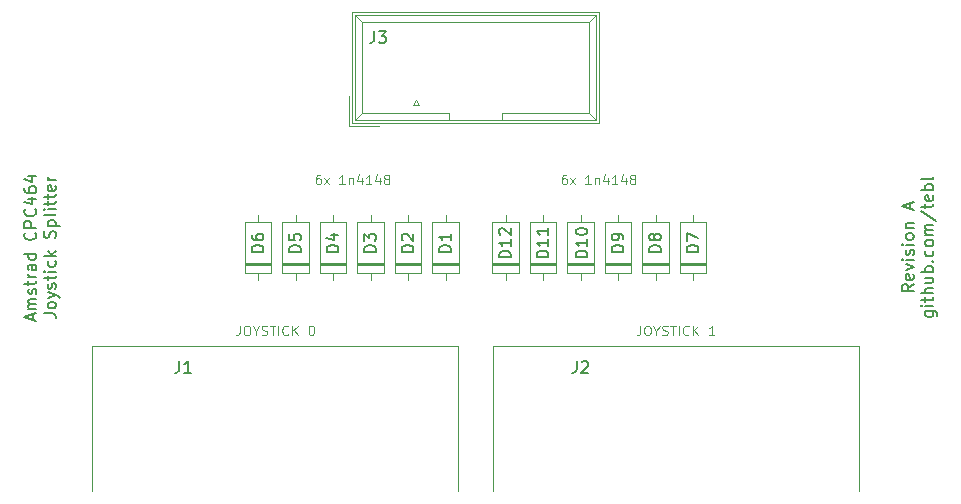
<source format=gto>
%TF.GenerationSoftware,KiCad,Pcbnew,(5.1.8)-1*%
%TF.CreationDate,2021-01-10T23:31:28+01:00*%
%TF.ProjectId,CPC464 Splitter,43504334-3634-4205-9370-6c6974746572,rev?*%
%TF.SameCoordinates,Original*%
%TF.FileFunction,Legend,Top*%
%TF.FilePolarity,Positive*%
%FSLAX46Y46*%
G04 Gerber Fmt 4.6, Leading zero omitted, Abs format (unit mm)*
G04 Created by KiCad (PCBNEW (5.1.8)-1) date 2021-01-10 23:31:28*
%MOMM*%
%LPD*%
G01*
G04 APERTURE LIST*
%ADD10C,0.150000*%
%ADD11C,0.100000*%
%ADD12C,0.120000*%
G04 APERTURE END LIST*
D10*
X176792380Y-95170238D02*
X176316190Y-95503571D01*
X176792380Y-95741666D02*
X175792380Y-95741666D01*
X175792380Y-95360714D01*
X175840000Y-95265476D01*
X175887619Y-95217857D01*
X175982857Y-95170238D01*
X176125714Y-95170238D01*
X176220952Y-95217857D01*
X176268571Y-95265476D01*
X176316190Y-95360714D01*
X176316190Y-95741666D01*
X176744761Y-94360714D02*
X176792380Y-94455952D01*
X176792380Y-94646428D01*
X176744761Y-94741666D01*
X176649523Y-94789285D01*
X176268571Y-94789285D01*
X176173333Y-94741666D01*
X176125714Y-94646428D01*
X176125714Y-94455952D01*
X176173333Y-94360714D01*
X176268571Y-94313095D01*
X176363809Y-94313095D01*
X176459047Y-94789285D01*
X176125714Y-93979761D02*
X176792380Y-93741666D01*
X176125714Y-93503571D01*
X176792380Y-93122619D02*
X176125714Y-93122619D01*
X175792380Y-93122619D02*
X175840000Y-93170238D01*
X175887619Y-93122619D01*
X175840000Y-93075000D01*
X175792380Y-93122619D01*
X175887619Y-93122619D01*
X176744761Y-92694047D02*
X176792380Y-92598809D01*
X176792380Y-92408333D01*
X176744761Y-92313095D01*
X176649523Y-92265476D01*
X176601904Y-92265476D01*
X176506666Y-92313095D01*
X176459047Y-92408333D01*
X176459047Y-92551190D01*
X176411428Y-92646428D01*
X176316190Y-92694047D01*
X176268571Y-92694047D01*
X176173333Y-92646428D01*
X176125714Y-92551190D01*
X176125714Y-92408333D01*
X176173333Y-92313095D01*
X176792380Y-91836904D02*
X176125714Y-91836904D01*
X175792380Y-91836904D02*
X175840000Y-91884523D01*
X175887619Y-91836904D01*
X175840000Y-91789285D01*
X175792380Y-91836904D01*
X175887619Y-91836904D01*
X176792380Y-91217857D02*
X176744761Y-91313095D01*
X176697142Y-91360714D01*
X176601904Y-91408333D01*
X176316190Y-91408333D01*
X176220952Y-91360714D01*
X176173333Y-91313095D01*
X176125714Y-91217857D01*
X176125714Y-91075000D01*
X176173333Y-90979761D01*
X176220952Y-90932142D01*
X176316190Y-90884523D01*
X176601904Y-90884523D01*
X176697142Y-90932142D01*
X176744761Y-90979761D01*
X176792380Y-91075000D01*
X176792380Y-91217857D01*
X176125714Y-90455952D02*
X176792380Y-90455952D01*
X176220952Y-90455952D02*
X176173333Y-90408333D01*
X176125714Y-90313095D01*
X176125714Y-90170238D01*
X176173333Y-90075000D01*
X176268571Y-90027380D01*
X176792380Y-90027380D01*
X176506666Y-88836904D02*
X176506666Y-88360714D01*
X176792380Y-88932142D02*
X175792380Y-88598809D01*
X176792380Y-88265476D01*
X177775714Y-97479761D02*
X178585238Y-97479761D01*
X178680476Y-97527380D01*
X178728095Y-97575000D01*
X178775714Y-97670238D01*
X178775714Y-97813095D01*
X178728095Y-97908333D01*
X178394761Y-97479761D02*
X178442380Y-97575000D01*
X178442380Y-97765476D01*
X178394761Y-97860714D01*
X178347142Y-97908333D01*
X178251904Y-97955952D01*
X177966190Y-97955952D01*
X177870952Y-97908333D01*
X177823333Y-97860714D01*
X177775714Y-97765476D01*
X177775714Y-97575000D01*
X177823333Y-97479761D01*
X178442380Y-97003571D02*
X177775714Y-97003571D01*
X177442380Y-97003571D02*
X177490000Y-97051190D01*
X177537619Y-97003571D01*
X177490000Y-96955952D01*
X177442380Y-97003571D01*
X177537619Y-97003571D01*
X177775714Y-96670238D02*
X177775714Y-96289285D01*
X177442380Y-96527380D02*
X178299523Y-96527380D01*
X178394761Y-96479761D01*
X178442380Y-96384523D01*
X178442380Y-96289285D01*
X178442380Y-95955952D02*
X177442380Y-95955952D01*
X178442380Y-95527380D02*
X177918571Y-95527380D01*
X177823333Y-95575000D01*
X177775714Y-95670238D01*
X177775714Y-95813095D01*
X177823333Y-95908333D01*
X177870952Y-95955952D01*
X177775714Y-94622619D02*
X178442380Y-94622619D01*
X177775714Y-95051190D02*
X178299523Y-95051190D01*
X178394761Y-95003571D01*
X178442380Y-94908333D01*
X178442380Y-94765476D01*
X178394761Y-94670238D01*
X178347142Y-94622619D01*
X178442380Y-94146428D02*
X177442380Y-94146428D01*
X177823333Y-94146428D02*
X177775714Y-94051190D01*
X177775714Y-93860714D01*
X177823333Y-93765476D01*
X177870952Y-93717857D01*
X177966190Y-93670238D01*
X178251904Y-93670238D01*
X178347142Y-93717857D01*
X178394761Y-93765476D01*
X178442380Y-93860714D01*
X178442380Y-94051190D01*
X178394761Y-94146428D01*
X178347142Y-93241666D02*
X178394761Y-93194047D01*
X178442380Y-93241666D01*
X178394761Y-93289285D01*
X178347142Y-93241666D01*
X178442380Y-93241666D01*
X178394761Y-92336904D02*
X178442380Y-92432142D01*
X178442380Y-92622619D01*
X178394761Y-92717857D01*
X178347142Y-92765476D01*
X178251904Y-92813095D01*
X177966190Y-92813095D01*
X177870952Y-92765476D01*
X177823333Y-92717857D01*
X177775714Y-92622619D01*
X177775714Y-92432142D01*
X177823333Y-92336904D01*
X178442380Y-91765476D02*
X178394761Y-91860714D01*
X178347142Y-91908333D01*
X178251904Y-91955952D01*
X177966190Y-91955952D01*
X177870952Y-91908333D01*
X177823333Y-91860714D01*
X177775714Y-91765476D01*
X177775714Y-91622619D01*
X177823333Y-91527380D01*
X177870952Y-91479761D01*
X177966190Y-91432142D01*
X178251904Y-91432142D01*
X178347142Y-91479761D01*
X178394761Y-91527380D01*
X178442380Y-91622619D01*
X178442380Y-91765476D01*
X178442380Y-91003571D02*
X177775714Y-91003571D01*
X177870952Y-91003571D02*
X177823333Y-90955952D01*
X177775714Y-90860714D01*
X177775714Y-90717857D01*
X177823333Y-90622619D01*
X177918571Y-90575000D01*
X178442380Y-90575000D01*
X177918571Y-90575000D02*
X177823333Y-90527380D01*
X177775714Y-90432142D01*
X177775714Y-90289285D01*
X177823333Y-90194047D01*
X177918571Y-90146428D01*
X178442380Y-90146428D01*
X177394761Y-88955952D02*
X178680476Y-89813095D01*
X177775714Y-88765476D02*
X177775714Y-88384523D01*
X177442380Y-88622619D02*
X178299523Y-88622619D01*
X178394761Y-88575000D01*
X178442380Y-88479761D01*
X178442380Y-88384523D01*
X178394761Y-87670238D02*
X178442380Y-87765476D01*
X178442380Y-87955952D01*
X178394761Y-88051190D01*
X178299523Y-88098809D01*
X177918571Y-88098809D01*
X177823333Y-88051190D01*
X177775714Y-87955952D01*
X177775714Y-87765476D01*
X177823333Y-87670238D01*
X177918571Y-87622619D01*
X178013809Y-87622619D01*
X178109047Y-88098809D01*
X178442380Y-87194047D02*
X177442380Y-87194047D01*
X177823333Y-87194047D02*
X177775714Y-87098809D01*
X177775714Y-86908333D01*
X177823333Y-86813095D01*
X177870952Y-86765476D01*
X177966190Y-86717857D01*
X178251904Y-86717857D01*
X178347142Y-86765476D01*
X178394761Y-86813095D01*
X178442380Y-86908333D01*
X178442380Y-87098809D01*
X178394761Y-87194047D01*
X178442380Y-86146428D02*
X178394761Y-86241666D01*
X178299523Y-86289285D01*
X177442380Y-86289285D01*
X102211666Y-98194047D02*
X102211666Y-97717857D01*
X102497380Y-98289285D02*
X101497380Y-97955952D01*
X102497380Y-97622619D01*
X102497380Y-97289285D02*
X101830714Y-97289285D01*
X101925952Y-97289285D02*
X101878333Y-97241666D01*
X101830714Y-97146428D01*
X101830714Y-97003571D01*
X101878333Y-96908333D01*
X101973571Y-96860714D01*
X102497380Y-96860714D01*
X101973571Y-96860714D02*
X101878333Y-96813095D01*
X101830714Y-96717857D01*
X101830714Y-96575000D01*
X101878333Y-96479761D01*
X101973571Y-96432142D01*
X102497380Y-96432142D01*
X102449761Y-96003571D02*
X102497380Y-95908333D01*
X102497380Y-95717857D01*
X102449761Y-95622619D01*
X102354523Y-95575000D01*
X102306904Y-95575000D01*
X102211666Y-95622619D01*
X102164047Y-95717857D01*
X102164047Y-95860714D01*
X102116428Y-95955952D01*
X102021190Y-96003571D01*
X101973571Y-96003571D01*
X101878333Y-95955952D01*
X101830714Y-95860714D01*
X101830714Y-95717857D01*
X101878333Y-95622619D01*
X101830714Y-95289285D02*
X101830714Y-94908333D01*
X101497380Y-95146428D02*
X102354523Y-95146428D01*
X102449761Y-95098809D01*
X102497380Y-95003571D01*
X102497380Y-94908333D01*
X102497380Y-94575000D02*
X101830714Y-94575000D01*
X102021190Y-94575000D02*
X101925952Y-94527380D01*
X101878333Y-94479761D01*
X101830714Y-94384523D01*
X101830714Y-94289285D01*
X102497380Y-93527380D02*
X101973571Y-93527380D01*
X101878333Y-93575000D01*
X101830714Y-93670238D01*
X101830714Y-93860714D01*
X101878333Y-93955952D01*
X102449761Y-93527380D02*
X102497380Y-93622619D01*
X102497380Y-93860714D01*
X102449761Y-93955952D01*
X102354523Y-94003571D01*
X102259285Y-94003571D01*
X102164047Y-93955952D01*
X102116428Y-93860714D01*
X102116428Y-93622619D01*
X102068809Y-93527380D01*
X102497380Y-92622619D02*
X101497380Y-92622619D01*
X102449761Y-92622619D02*
X102497380Y-92717857D01*
X102497380Y-92908333D01*
X102449761Y-93003571D01*
X102402142Y-93051190D01*
X102306904Y-93098809D01*
X102021190Y-93098809D01*
X101925952Y-93051190D01*
X101878333Y-93003571D01*
X101830714Y-92908333D01*
X101830714Y-92717857D01*
X101878333Y-92622619D01*
X102402142Y-90813095D02*
X102449761Y-90860714D01*
X102497380Y-91003571D01*
X102497380Y-91098809D01*
X102449761Y-91241666D01*
X102354523Y-91336904D01*
X102259285Y-91384523D01*
X102068809Y-91432142D01*
X101925952Y-91432142D01*
X101735476Y-91384523D01*
X101640238Y-91336904D01*
X101545000Y-91241666D01*
X101497380Y-91098809D01*
X101497380Y-91003571D01*
X101545000Y-90860714D01*
X101592619Y-90813095D01*
X102497380Y-90384523D02*
X101497380Y-90384523D01*
X101497380Y-90003571D01*
X101545000Y-89908333D01*
X101592619Y-89860714D01*
X101687857Y-89813095D01*
X101830714Y-89813095D01*
X101925952Y-89860714D01*
X101973571Y-89908333D01*
X102021190Y-90003571D01*
X102021190Y-90384523D01*
X102402142Y-88813095D02*
X102449761Y-88860714D01*
X102497380Y-89003571D01*
X102497380Y-89098809D01*
X102449761Y-89241666D01*
X102354523Y-89336904D01*
X102259285Y-89384523D01*
X102068809Y-89432142D01*
X101925952Y-89432142D01*
X101735476Y-89384523D01*
X101640238Y-89336904D01*
X101545000Y-89241666D01*
X101497380Y-89098809D01*
X101497380Y-89003571D01*
X101545000Y-88860714D01*
X101592619Y-88813095D01*
X101830714Y-87955952D02*
X102497380Y-87955952D01*
X101449761Y-88194047D02*
X102164047Y-88432142D01*
X102164047Y-87813095D01*
X101497380Y-87003571D02*
X101497380Y-87194047D01*
X101545000Y-87289285D01*
X101592619Y-87336904D01*
X101735476Y-87432142D01*
X101925952Y-87479761D01*
X102306904Y-87479761D01*
X102402142Y-87432142D01*
X102449761Y-87384523D01*
X102497380Y-87289285D01*
X102497380Y-87098809D01*
X102449761Y-87003571D01*
X102402142Y-86955952D01*
X102306904Y-86908333D01*
X102068809Y-86908333D01*
X101973571Y-86955952D01*
X101925952Y-87003571D01*
X101878333Y-87098809D01*
X101878333Y-87289285D01*
X101925952Y-87384523D01*
X101973571Y-87432142D01*
X102068809Y-87479761D01*
X101830714Y-86051190D02*
X102497380Y-86051190D01*
X101449761Y-86289285D02*
X102164047Y-86527380D01*
X102164047Y-85908333D01*
X103147380Y-97646428D02*
X103861666Y-97646428D01*
X104004523Y-97694047D01*
X104099761Y-97789285D01*
X104147380Y-97932142D01*
X104147380Y-98027380D01*
X104147380Y-97027380D02*
X104099761Y-97122619D01*
X104052142Y-97170238D01*
X103956904Y-97217857D01*
X103671190Y-97217857D01*
X103575952Y-97170238D01*
X103528333Y-97122619D01*
X103480714Y-97027380D01*
X103480714Y-96884523D01*
X103528333Y-96789285D01*
X103575952Y-96741666D01*
X103671190Y-96694047D01*
X103956904Y-96694047D01*
X104052142Y-96741666D01*
X104099761Y-96789285D01*
X104147380Y-96884523D01*
X104147380Y-97027380D01*
X103480714Y-96360714D02*
X104147380Y-96122619D01*
X103480714Y-95884523D02*
X104147380Y-96122619D01*
X104385476Y-96217857D01*
X104433095Y-96265476D01*
X104480714Y-96360714D01*
X104099761Y-95551190D02*
X104147380Y-95455952D01*
X104147380Y-95265476D01*
X104099761Y-95170238D01*
X104004523Y-95122619D01*
X103956904Y-95122619D01*
X103861666Y-95170238D01*
X103814047Y-95265476D01*
X103814047Y-95408333D01*
X103766428Y-95503571D01*
X103671190Y-95551190D01*
X103623571Y-95551190D01*
X103528333Y-95503571D01*
X103480714Y-95408333D01*
X103480714Y-95265476D01*
X103528333Y-95170238D01*
X103480714Y-94836904D02*
X103480714Y-94455952D01*
X103147380Y-94694047D02*
X104004523Y-94694047D01*
X104099761Y-94646428D01*
X104147380Y-94551190D01*
X104147380Y-94455952D01*
X104147380Y-94122619D02*
X103480714Y-94122619D01*
X103147380Y-94122619D02*
X103195000Y-94170238D01*
X103242619Y-94122619D01*
X103195000Y-94075000D01*
X103147380Y-94122619D01*
X103242619Y-94122619D01*
X104099761Y-93217857D02*
X104147380Y-93313095D01*
X104147380Y-93503571D01*
X104099761Y-93598809D01*
X104052142Y-93646428D01*
X103956904Y-93694047D01*
X103671190Y-93694047D01*
X103575952Y-93646428D01*
X103528333Y-93598809D01*
X103480714Y-93503571D01*
X103480714Y-93313095D01*
X103528333Y-93217857D01*
X104147380Y-92789285D02*
X103147380Y-92789285D01*
X103766428Y-92694047D02*
X104147380Y-92408333D01*
X103480714Y-92408333D02*
X103861666Y-92789285D01*
X104099761Y-91265476D02*
X104147380Y-91122619D01*
X104147380Y-90884523D01*
X104099761Y-90789285D01*
X104052142Y-90741666D01*
X103956904Y-90694047D01*
X103861666Y-90694047D01*
X103766428Y-90741666D01*
X103718809Y-90789285D01*
X103671190Y-90884523D01*
X103623571Y-91075000D01*
X103575952Y-91170238D01*
X103528333Y-91217857D01*
X103433095Y-91265476D01*
X103337857Y-91265476D01*
X103242619Y-91217857D01*
X103195000Y-91170238D01*
X103147380Y-91075000D01*
X103147380Y-90836904D01*
X103195000Y-90694047D01*
X103480714Y-90265476D02*
X104480714Y-90265476D01*
X103528333Y-90265476D02*
X103480714Y-90170238D01*
X103480714Y-89979761D01*
X103528333Y-89884523D01*
X103575952Y-89836904D01*
X103671190Y-89789285D01*
X103956904Y-89789285D01*
X104052142Y-89836904D01*
X104099761Y-89884523D01*
X104147380Y-89979761D01*
X104147380Y-90170238D01*
X104099761Y-90265476D01*
X104147380Y-89217857D02*
X104099761Y-89313095D01*
X104004523Y-89360714D01*
X103147380Y-89360714D01*
X104147380Y-88836904D02*
X103480714Y-88836904D01*
X103147380Y-88836904D02*
X103195000Y-88884523D01*
X103242619Y-88836904D01*
X103195000Y-88789285D01*
X103147380Y-88836904D01*
X103242619Y-88836904D01*
X103480714Y-88503571D02*
X103480714Y-88122619D01*
X103147380Y-88360714D02*
X104004523Y-88360714D01*
X104099761Y-88313095D01*
X104147380Y-88217857D01*
X104147380Y-88122619D01*
X103480714Y-87932142D02*
X103480714Y-87551190D01*
X103147380Y-87789285D02*
X104004523Y-87789285D01*
X104099761Y-87741666D01*
X104147380Y-87646428D01*
X104147380Y-87551190D01*
X104099761Y-86836904D02*
X104147380Y-86932142D01*
X104147380Y-87122619D01*
X104099761Y-87217857D01*
X104004523Y-87265476D01*
X103623571Y-87265476D01*
X103528333Y-87217857D01*
X103480714Y-87122619D01*
X103480714Y-86932142D01*
X103528333Y-86836904D01*
X103623571Y-86789285D01*
X103718809Y-86789285D01*
X103814047Y-87265476D01*
X104147380Y-86360714D02*
X103480714Y-86360714D01*
X103671190Y-86360714D02*
X103575952Y-86313095D01*
X103528333Y-86265476D01*
X103480714Y-86170238D01*
X103480714Y-86075000D01*
D11*
X153644976Y-98685404D02*
X153644976Y-99256833D01*
X153606880Y-99371119D01*
X153530690Y-99447309D01*
X153416404Y-99485404D01*
X153340214Y-99485404D01*
X154178309Y-98685404D02*
X154330690Y-98685404D01*
X154406880Y-98723500D01*
X154483071Y-98799690D01*
X154521166Y-98952071D01*
X154521166Y-99218738D01*
X154483071Y-99371119D01*
X154406880Y-99447309D01*
X154330690Y-99485404D01*
X154178309Y-99485404D01*
X154102119Y-99447309D01*
X154025928Y-99371119D01*
X153987833Y-99218738D01*
X153987833Y-98952071D01*
X154025928Y-98799690D01*
X154102119Y-98723500D01*
X154178309Y-98685404D01*
X155016404Y-99104452D02*
X155016404Y-99485404D01*
X154749738Y-98685404D02*
X155016404Y-99104452D01*
X155283071Y-98685404D01*
X155511642Y-99447309D02*
X155625928Y-99485404D01*
X155816404Y-99485404D01*
X155892595Y-99447309D01*
X155930690Y-99409214D01*
X155968785Y-99333023D01*
X155968785Y-99256833D01*
X155930690Y-99180642D01*
X155892595Y-99142547D01*
X155816404Y-99104452D01*
X155664023Y-99066357D01*
X155587833Y-99028261D01*
X155549738Y-98990166D01*
X155511642Y-98913976D01*
X155511642Y-98837785D01*
X155549738Y-98761595D01*
X155587833Y-98723500D01*
X155664023Y-98685404D01*
X155854500Y-98685404D01*
X155968785Y-98723500D01*
X156197357Y-98685404D02*
X156654500Y-98685404D01*
X156425928Y-99485404D02*
X156425928Y-98685404D01*
X156921166Y-99485404D02*
X156921166Y-98685404D01*
X157759261Y-99409214D02*
X157721166Y-99447309D01*
X157606880Y-99485404D01*
X157530690Y-99485404D01*
X157416404Y-99447309D01*
X157340214Y-99371119D01*
X157302119Y-99294928D01*
X157264023Y-99142547D01*
X157264023Y-99028261D01*
X157302119Y-98875880D01*
X157340214Y-98799690D01*
X157416404Y-98723500D01*
X157530690Y-98685404D01*
X157606880Y-98685404D01*
X157721166Y-98723500D01*
X157759261Y-98761595D01*
X158102119Y-99485404D02*
X158102119Y-98685404D01*
X158559261Y-99485404D02*
X158216404Y-99028261D01*
X158559261Y-98685404D02*
X158102119Y-99142547D01*
X159930690Y-99485404D02*
X159473547Y-99485404D01*
X159702119Y-99485404D02*
X159702119Y-98685404D01*
X159625928Y-98799690D01*
X159549738Y-98875880D01*
X159473547Y-98913976D01*
X119735976Y-98685404D02*
X119735976Y-99256833D01*
X119697880Y-99371119D01*
X119621690Y-99447309D01*
X119507404Y-99485404D01*
X119431214Y-99485404D01*
X120269309Y-98685404D02*
X120421690Y-98685404D01*
X120497880Y-98723500D01*
X120574071Y-98799690D01*
X120612166Y-98952071D01*
X120612166Y-99218738D01*
X120574071Y-99371119D01*
X120497880Y-99447309D01*
X120421690Y-99485404D01*
X120269309Y-99485404D01*
X120193119Y-99447309D01*
X120116928Y-99371119D01*
X120078833Y-99218738D01*
X120078833Y-98952071D01*
X120116928Y-98799690D01*
X120193119Y-98723500D01*
X120269309Y-98685404D01*
X121107404Y-99104452D02*
X121107404Y-99485404D01*
X120840738Y-98685404D02*
X121107404Y-99104452D01*
X121374071Y-98685404D01*
X121602642Y-99447309D02*
X121716928Y-99485404D01*
X121907404Y-99485404D01*
X121983595Y-99447309D01*
X122021690Y-99409214D01*
X122059785Y-99333023D01*
X122059785Y-99256833D01*
X122021690Y-99180642D01*
X121983595Y-99142547D01*
X121907404Y-99104452D01*
X121755023Y-99066357D01*
X121678833Y-99028261D01*
X121640738Y-98990166D01*
X121602642Y-98913976D01*
X121602642Y-98837785D01*
X121640738Y-98761595D01*
X121678833Y-98723500D01*
X121755023Y-98685404D01*
X121945500Y-98685404D01*
X122059785Y-98723500D01*
X122288357Y-98685404D02*
X122745500Y-98685404D01*
X122516928Y-99485404D02*
X122516928Y-98685404D01*
X123012166Y-99485404D02*
X123012166Y-98685404D01*
X123850261Y-99409214D02*
X123812166Y-99447309D01*
X123697880Y-99485404D01*
X123621690Y-99485404D01*
X123507404Y-99447309D01*
X123431214Y-99371119D01*
X123393119Y-99294928D01*
X123355023Y-99142547D01*
X123355023Y-99028261D01*
X123393119Y-98875880D01*
X123431214Y-98799690D01*
X123507404Y-98723500D01*
X123621690Y-98685404D01*
X123697880Y-98685404D01*
X123812166Y-98723500D01*
X123850261Y-98761595D01*
X124193119Y-99485404D02*
X124193119Y-98685404D01*
X124650261Y-99485404D02*
X124307404Y-99028261D01*
X124650261Y-98685404D02*
X124193119Y-99142547D01*
X125755023Y-98685404D02*
X125831214Y-98685404D01*
X125907404Y-98723500D01*
X125945500Y-98761595D01*
X125983595Y-98837785D01*
X126021690Y-98990166D01*
X126021690Y-99180642D01*
X125983595Y-99333023D01*
X125945500Y-99409214D01*
X125907404Y-99447309D01*
X125831214Y-99485404D01*
X125755023Y-99485404D01*
X125678833Y-99447309D01*
X125640738Y-99409214D01*
X125602642Y-99333023D01*
X125564547Y-99180642D01*
X125564547Y-98990166D01*
X125602642Y-98837785D01*
X125640738Y-98761595D01*
X125678833Y-98723500D01*
X125755023Y-98685404D01*
X147371142Y-85921904D02*
X147218761Y-85921904D01*
X147142571Y-85960000D01*
X147104476Y-85998095D01*
X147028285Y-86112380D01*
X146990190Y-86264761D01*
X146990190Y-86569523D01*
X147028285Y-86645714D01*
X147066380Y-86683809D01*
X147142571Y-86721904D01*
X147294952Y-86721904D01*
X147371142Y-86683809D01*
X147409238Y-86645714D01*
X147447333Y-86569523D01*
X147447333Y-86379047D01*
X147409238Y-86302857D01*
X147371142Y-86264761D01*
X147294952Y-86226666D01*
X147142571Y-86226666D01*
X147066380Y-86264761D01*
X147028285Y-86302857D01*
X146990190Y-86379047D01*
X147714000Y-86721904D02*
X148133047Y-86188571D01*
X147714000Y-86188571D02*
X148133047Y-86721904D01*
X149466380Y-86721904D02*
X149009238Y-86721904D01*
X149237809Y-86721904D02*
X149237809Y-85921904D01*
X149161619Y-86036190D01*
X149085428Y-86112380D01*
X149009238Y-86150476D01*
X149809238Y-86188571D02*
X149809238Y-86721904D01*
X149809238Y-86264761D02*
X149847333Y-86226666D01*
X149923523Y-86188571D01*
X150037809Y-86188571D01*
X150114000Y-86226666D01*
X150152095Y-86302857D01*
X150152095Y-86721904D01*
X150875904Y-86188571D02*
X150875904Y-86721904D01*
X150685428Y-85883809D02*
X150494952Y-86455238D01*
X150990190Y-86455238D01*
X151714000Y-86721904D02*
X151256857Y-86721904D01*
X151485428Y-86721904D02*
X151485428Y-85921904D01*
X151409238Y-86036190D01*
X151333047Y-86112380D01*
X151256857Y-86150476D01*
X152399714Y-86188571D02*
X152399714Y-86721904D01*
X152209238Y-85883809D02*
X152018761Y-86455238D01*
X152514000Y-86455238D01*
X152933047Y-86264761D02*
X152856857Y-86226666D01*
X152818761Y-86188571D01*
X152780666Y-86112380D01*
X152780666Y-86074285D01*
X152818761Y-85998095D01*
X152856857Y-85960000D01*
X152933047Y-85921904D01*
X153085428Y-85921904D01*
X153161619Y-85960000D01*
X153199714Y-85998095D01*
X153237809Y-86074285D01*
X153237809Y-86112380D01*
X153199714Y-86188571D01*
X153161619Y-86226666D01*
X153085428Y-86264761D01*
X152933047Y-86264761D01*
X152856857Y-86302857D01*
X152818761Y-86340952D01*
X152780666Y-86417142D01*
X152780666Y-86569523D01*
X152818761Y-86645714D01*
X152856857Y-86683809D01*
X152933047Y-86721904D01*
X153085428Y-86721904D01*
X153161619Y-86683809D01*
X153199714Y-86645714D01*
X153237809Y-86569523D01*
X153237809Y-86417142D01*
X153199714Y-86340952D01*
X153161619Y-86302857D01*
X153085428Y-86264761D01*
X126543142Y-85921904D02*
X126390761Y-85921904D01*
X126314571Y-85960000D01*
X126276476Y-85998095D01*
X126200285Y-86112380D01*
X126162190Y-86264761D01*
X126162190Y-86569523D01*
X126200285Y-86645714D01*
X126238380Y-86683809D01*
X126314571Y-86721904D01*
X126466952Y-86721904D01*
X126543142Y-86683809D01*
X126581238Y-86645714D01*
X126619333Y-86569523D01*
X126619333Y-86379047D01*
X126581238Y-86302857D01*
X126543142Y-86264761D01*
X126466952Y-86226666D01*
X126314571Y-86226666D01*
X126238380Y-86264761D01*
X126200285Y-86302857D01*
X126162190Y-86379047D01*
X126886000Y-86721904D02*
X127305047Y-86188571D01*
X126886000Y-86188571D02*
X127305047Y-86721904D01*
X128638380Y-86721904D02*
X128181238Y-86721904D01*
X128409809Y-86721904D02*
X128409809Y-85921904D01*
X128333619Y-86036190D01*
X128257428Y-86112380D01*
X128181238Y-86150476D01*
X128981238Y-86188571D02*
X128981238Y-86721904D01*
X128981238Y-86264761D02*
X129019333Y-86226666D01*
X129095523Y-86188571D01*
X129209809Y-86188571D01*
X129286000Y-86226666D01*
X129324095Y-86302857D01*
X129324095Y-86721904D01*
X130047904Y-86188571D02*
X130047904Y-86721904D01*
X129857428Y-85883809D02*
X129666952Y-86455238D01*
X130162190Y-86455238D01*
X130886000Y-86721904D02*
X130428857Y-86721904D01*
X130657428Y-86721904D02*
X130657428Y-85921904D01*
X130581238Y-86036190D01*
X130505047Y-86112380D01*
X130428857Y-86150476D01*
X131571714Y-86188571D02*
X131571714Y-86721904D01*
X131381238Y-85883809D02*
X131190761Y-86455238D01*
X131686000Y-86455238D01*
X132105047Y-86264761D02*
X132028857Y-86226666D01*
X131990761Y-86188571D01*
X131952666Y-86112380D01*
X131952666Y-86074285D01*
X131990761Y-85998095D01*
X132028857Y-85960000D01*
X132105047Y-85921904D01*
X132257428Y-85921904D01*
X132333619Y-85960000D01*
X132371714Y-85998095D01*
X132409809Y-86074285D01*
X132409809Y-86112380D01*
X132371714Y-86188571D01*
X132333619Y-86226666D01*
X132257428Y-86264761D01*
X132105047Y-86264761D01*
X132028857Y-86302857D01*
X131990761Y-86340952D01*
X131952666Y-86417142D01*
X131952666Y-86569523D01*
X131990761Y-86645714D01*
X132028857Y-86683809D01*
X132105047Y-86721904D01*
X132257428Y-86721904D01*
X132333619Y-86683809D01*
X132371714Y-86645714D01*
X132409809Y-86569523D01*
X132409809Y-86417142D01*
X132371714Y-86340952D01*
X132333619Y-86302857D01*
X132257428Y-86264761D01*
D12*
%TO.C,J1*%
X138225000Y-100375000D02*
X138225000Y-112715000D01*
X107255000Y-100375000D02*
X138225000Y-100375000D01*
X107255000Y-112715000D02*
X107255000Y-100375000D01*
%TO.C,J2*%
X141185000Y-112715000D02*
X141185000Y-100375000D01*
X141185000Y-100375000D02*
X172155000Y-100375000D01*
X172155000Y-100375000D02*
X172155000Y-112715000D01*
%TO.C,J3*%
X134933500Y-79990438D02*
X134433500Y-79990438D01*
X134433500Y-79990438D02*
X134683500Y-79557425D01*
X134683500Y-79557425D02*
X134933500Y-79990438D01*
X129020000Y-81760000D02*
X129020000Y-79220000D01*
X129020000Y-81760000D02*
X131560000Y-81760000D01*
X129270000Y-81510000D02*
X129270000Y-72160000D01*
X150130000Y-81510000D02*
X129270000Y-81510000D01*
X150130000Y-72160000D02*
X150130000Y-81510000D01*
X129270000Y-72160000D02*
X150130000Y-72160000D01*
D11*
X149880000Y-81260000D02*
X149320000Y-80710000D01*
X129520000Y-81260000D02*
X130060000Y-80710000D01*
X149880000Y-72410000D02*
X149320000Y-72960000D01*
X129520000Y-72410000D02*
X130060000Y-72960000D01*
X149320000Y-72960000D02*
X149320000Y-80710000D01*
X149880000Y-72410000D02*
X149880000Y-81260000D01*
X130060000Y-72960000D02*
X130060000Y-80710000D01*
X129520000Y-72410000D02*
X129520000Y-81260000D01*
X141950000Y-80710000D02*
X141950000Y-81260000D01*
X137450000Y-80710000D02*
X137450000Y-81260000D01*
X141950000Y-80710000D02*
X149320000Y-80710000D01*
X130060000Y-80710000D02*
X137450000Y-80710000D01*
X129520000Y-81260000D02*
X149880000Y-81260000D01*
X130060000Y-72960000D02*
X149320000Y-72960000D01*
X129520000Y-72410000D02*
X149880000Y-72410000D01*
D12*
%TO.C,D1*%
X136040000Y-94195000D02*
X138280000Y-94195000D01*
X138280000Y-94195000D02*
X138280000Y-89955000D01*
X138280000Y-89955000D02*
X136040000Y-89955000D01*
X136040000Y-89955000D02*
X136040000Y-94195000D01*
X137160000Y-94845000D02*
X137160000Y-94195000D01*
X137160000Y-89305000D02*
X137160000Y-89955000D01*
X136040000Y-93475000D02*
X138280000Y-93475000D01*
X136040000Y-93355000D02*
X138280000Y-93355000D01*
X136040000Y-93595000D02*
X138280000Y-93595000D01*
%TO.C,D2*%
X132865000Y-93595000D02*
X135105000Y-93595000D01*
X132865000Y-93355000D02*
X135105000Y-93355000D01*
X132865000Y-93475000D02*
X135105000Y-93475000D01*
X133985000Y-89305000D02*
X133985000Y-89955000D01*
X133985000Y-94845000D02*
X133985000Y-94195000D01*
X132865000Y-89955000D02*
X132865000Y-94195000D01*
X135105000Y-89955000D02*
X132865000Y-89955000D01*
X135105000Y-94195000D02*
X135105000Y-89955000D01*
X132865000Y-94195000D02*
X135105000Y-94195000D01*
%TO.C,D3*%
X129690000Y-94195000D02*
X131930000Y-94195000D01*
X131930000Y-94195000D02*
X131930000Y-89955000D01*
X131930000Y-89955000D02*
X129690000Y-89955000D01*
X129690000Y-89955000D02*
X129690000Y-94195000D01*
X130810000Y-94845000D02*
X130810000Y-94195000D01*
X130810000Y-89305000D02*
X130810000Y-89955000D01*
X129690000Y-93475000D02*
X131930000Y-93475000D01*
X129690000Y-93355000D02*
X131930000Y-93355000D01*
X129690000Y-93595000D02*
X131930000Y-93595000D01*
%TO.C,D4*%
X126515000Y-94195000D02*
X128755000Y-94195000D01*
X128755000Y-94195000D02*
X128755000Y-89955000D01*
X128755000Y-89955000D02*
X126515000Y-89955000D01*
X126515000Y-89955000D02*
X126515000Y-94195000D01*
X127635000Y-94845000D02*
X127635000Y-94195000D01*
X127635000Y-89305000D02*
X127635000Y-89955000D01*
X126515000Y-93475000D02*
X128755000Y-93475000D01*
X126515000Y-93355000D02*
X128755000Y-93355000D01*
X126515000Y-93595000D02*
X128755000Y-93595000D01*
%TO.C,D5*%
X123340000Y-93595000D02*
X125580000Y-93595000D01*
X123340000Y-93355000D02*
X125580000Y-93355000D01*
X123340000Y-93475000D02*
X125580000Y-93475000D01*
X124460000Y-89305000D02*
X124460000Y-89955000D01*
X124460000Y-94845000D02*
X124460000Y-94195000D01*
X123340000Y-89955000D02*
X123340000Y-94195000D01*
X125580000Y-89955000D02*
X123340000Y-89955000D01*
X125580000Y-94195000D02*
X125580000Y-89955000D01*
X123340000Y-94195000D02*
X125580000Y-94195000D01*
%TO.C,D6*%
X120165000Y-94195000D02*
X122405000Y-94195000D01*
X122405000Y-94195000D02*
X122405000Y-89955000D01*
X122405000Y-89955000D02*
X120165000Y-89955000D01*
X120165000Y-89955000D02*
X120165000Y-94195000D01*
X121285000Y-94845000D02*
X121285000Y-94195000D01*
X121285000Y-89305000D02*
X121285000Y-89955000D01*
X120165000Y-93475000D02*
X122405000Y-93475000D01*
X120165000Y-93355000D02*
X122405000Y-93355000D01*
X120165000Y-93595000D02*
X122405000Y-93595000D01*
%TO.C,D7*%
X156995000Y-94195000D02*
X159235000Y-94195000D01*
X159235000Y-94195000D02*
X159235000Y-89955000D01*
X159235000Y-89955000D02*
X156995000Y-89955000D01*
X156995000Y-89955000D02*
X156995000Y-94195000D01*
X158115000Y-94845000D02*
X158115000Y-94195000D01*
X158115000Y-89305000D02*
X158115000Y-89955000D01*
X156995000Y-93475000D02*
X159235000Y-93475000D01*
X156995000Y-93355000D02*
X159235000Y-93355000D01*
X156995000Y-93595000D02*
X159235000Y-93595000D01*
%TO.C,D8*%
X153820000Y-93595000D02*
X156060000Y-93595000D01*
X153820000Y-93355000D02*
X156060000Y-93355000D01*
X153820000Y-93475000D02*
X156060000Y-93475000D01*
X154940000Y-89305000D02*
X154940000Y-89955000D01*
X154940000Y-94845000D02*
X154940000Y-94195000D01*
X153820000Y-89955000D02*
X153820000Y-94195000D01*
X156060000Y-89955000D02*
X153820000Y-89955000D01*
X156060000Y-94195000D02*
X156060000Y-89955000D01*
X153820000Y-94195000D02*
X156060000Y-94195000D01*
%TO.C,D9*%
X150645000Y-93595000D02*
X152885000Y-93595000D01*
X150645000Y-93355000D02*
X152885000Y-93355000D01*
X150645000Y-93475000D02*
X152885000Y-93475000D01*
X151765000Y-89305000D02*
X151765000Y-89955000D01*
X151765000Y-94845000D02*
X151765000Y-94195000D01*
X150645000Y-89955000D02*
X150645000Y-94195000D01*
X152885000Y-89955000D02*
X150645000Y-89955000D01*
X152885000Y-94195000D02*
X152885000Y-89955000D01*
X150645000Y-94195000D02*
X152885000Y-94195000D01*
%TO.C,D10*%
X147470000Y-93595000D02*
X149710000Y-93595000D01*
X147470000Y-93355000D02*
X149710000Y-93355000D01*
X147470000Y-93475000D02*
X149710000Y-93475000D01*
X148590000Y-89305000D02*
X148590000Y-89955000D01*
X148590000Y-94845000D02*
X148590000Y-94195000D01*
X147470000Y-89955000D02*
X147470000Y-94195000D01*
X149710000Y-89955000D02*
X147470000Y-89955000D01*
X149710000Y-94195000D02*
X149710000Y-89955000D01*
X147470000Y-94195000D02*
X149710000Y-94195000D01*
%TO.C,D11*%
X144295000Y-93595000D02*
X146535000Y-93595000D01*
X144295000Y-93355000D02*
X146535000Y-93355000D01*
X144295000Y-93475000D02*
X146535000Y-93475000D01*
X145415000Y-89305000D02*
X145415000Y-89955000D01*
X145415000Y-94845000D02*
X145415000Y-94195000D01*
X144295000Y-89955000D02*
X144295000Y-94195000D01*
X146535000Y-89955000D02*
X144295000Y-89955000D01*
X146535000Y-94195000D02*
X146535000Y-89955000D01*
X144295000Y-94195000D02*
X146535000Y-94195000D01*
%TO.C,D12*%
X141120000Y-94195000D02*
X143360000Y-94195000D01*
X143360000Y-94195000D02*
X143360000Y-89955000D01*
X143360000Y-89955000D02*
X141120000Y-89955000D01*
X141120000Y-89955000D02*
X141120000Y-94195000D01*
X142240000Y-94845000D02*
X142240000Y-94195000D01*
X142240000Y-89305000D02*
X142240000Y-89955000D01*
X141120000Y-93475000D02*
X143360000Y-93475000D01*
X141120000Y-93355000D02*
X143360000Y-93355000D01*
X141120000Y-93595000D02*
X143360000Y-93595000D01*
%TO.C,J1*%
D10*
X114601666Y-101687380D02*
X114601666Y-102401666D01*
X114554047Y-102544523D01*
X114458809Y-102639761D01*
X114315952Y-102687380D01*
X114220714Y-102687380D01*
X115601666Y-102687380D02*
X115030238Y-102687380D01*
X115315952Y-102687380D02*
X115315952Y-101687380D01*
X115220714Y-101830238D01*
X115125476Y-101925476D01*
X115030238Y-101973095D01*
%TO.C,J2*%
X148256666Y-101687380D02*
X148256666Y-102401666D01*
X148209047Y-102544523D01*
X148113809Y-102639761D01*
X147970952Y-102687380D01*
X147875714Y-102687380D01*
X148685238Y-101782619D02*
X148732857Y-101735000D01*
X148828095Y-101687380D01*
X149066190Y-101687380D01*
X149161428Y-101735000D01*
X149209047Y-101782619D01*
X149256666Y-101877857D01*
X149256666Y-101973095D01*
X149209047Y-102115952D01*
X148637619Y-102687380D01*
X149256666Y-102687380D01*
%TO.C,J3*%
X131111666Y-73747380D02*
X131111666Y-74461666D01*
X131064047Y-74604523D01*
X130968809Y-74699761D01*
X130825952Y-74747380D01*
X130730714Y-74747380D01*
X131492619Y-73747380D02*
X132111666Y-73747380D01*
X131778333Y-74128333D01*
X131921190Y-74128333D01*
X132016428Y-74175952D01*
X132064047Y-74223571D01*
X132111666Y-74318809D01*
X132111666Y-74556904D01*
X132064047Y-74652142D01*
X132016428Y-74699761D01*
X131921190Y-74747380D01*
X131635476Y-74747380D01*
X131540238Y-74699761D01*
X131492619Y-74652142D01*
%TO.C,D1*%
X137612380Y-92432095D02*
X136612380Y-92432095D01*
X136612380Y-92194000D01*
X136660000Y-92051142D01*
X136755238Y-91955904D01*
X136850476Y-91908285D01*
X137040952Y-91860666D01*
X137183809Y-91860666D01*
X137374285Y-91908285D01*
X137469523Y-91955904D01*
X137564761Y-92051142D01*
X137612380Y-92194000D01*
X137612380Y-92432095D01*
X137612380Y-90908285D02*
X137612380Y-91479714D01*
X137612380Y-91194000D02*
X136612380Y-91194000D01*
X136755238Y-91289238D01*
X136850476Y-91384476D01*
X136898095Y-91479714D01*
%TO.C,D2*%
X134437380Y-92432095D02*
X133437380Y-92432095D01*
X133437380Y-92194000D01*
X133485000Y-92051142D01*
X133580238Y-91955904D01*
X133675476Y-91908285D01*
X133865952Y-91860666D01*
X134008809Y-91860666D01*
X134199285Y-91908285D01*
X134294523Y-91955904D01*
X134389761Y-92051142D01*
X134437380Y-92194000D01*
X134437380Y-92432095D01*
X133532619Y-91479714D02*
X133485000Y-91432095D01*
X133437380Y-91336857D01*
X133437380Y-91098761D01*
X133485000Y-91003523D01*
X133532619Y-90955904D01*
X133627857Y-90908285D01*
X133723095Y-90908285D01*
X133865952Y-90955904D01*
X134437380Y-91527333D01*
X134437380Y-90908285D01*
%TO.C,D3*%
X131262380Y-92432095D02*
X130262380Y-92432095D01*
X130262380Y-92194000D01*
X130310000Y-92051142D01*
X130405238Y-91955904D01*
X130500476Y-91908285D01*
X130690952Y-91860666D01*
X130833809Y-91860666D01*
X131024285Y-91908285D01*
X131119523Y-91955904D01*
X131214761Y-92051142D01*
X131262380Y-92194000D01*
X131262380Y-92432095D01*
X130262380Y-91527333D02*
X130262380Y-90908285D01*
X130643333Y-91241619D01*
X130643333Y-91098761D01*
X130690952Y-91003523D01*
X130738571Y-90955904D01*
X130833809Y-90908285D01*
X131071904Y-90908285D01*
X131167142Y-90955904D01*
X131214761Y-91003523D01*
X131262380Y-91098761D01*
X131262380Y-91384476D01*
X131214761Y-91479714D01*
X131167142Y-91527333D01*
%TO.C,D4*%
X128087380Y-92432095D02*
X127087380Y-92432095D01*
X127087380Y-92194000D01*
X127135000Y-92051142D01*
X127230238Y-91955904D01*
X127325476Y-91908285D01*
X127515952Y-91860666D01*
X127658809Y-91860666D01*
X127849285Y-91908285D01*
X127944523Y-91955904D01*
X128039761Y-92051142D01*
X128087380Y-92194000D01*
X128087380Y-92432095D01*
X127420714Y-91003523D02*
X128087380Y-91003523D01*
X127039761Y-91241619D02*
X127754047Y-91479714D01*
X127754047Y-90860666D01*
%TO.C,D5*%
X124912380Y-92432095D02*
X123912380Y-92432095D01*
X123912380Y-92194000D01*
X123960000Y-92051142D01*
X124055238Y-91955904D01*
X124150476Y-91908285D01*
X124340952Y-91860666D01*
X124483809Y-91860666D01*
X124674285Y-91908285D01*
X124769523Y-91955904D01*
X124864761Y-92051142D01*
X124912380Y-92194000D01*
X124912380Y-92432095D01*
X123912380Y-90955904D02*
X123912380Y-91432095D01*
X124388571Y-91479714D01*
X124340952Y-91432095D01*
X124293333Y-91336857D01*
X124293333Y-91098761D01*
X124340952Y-91003523D01*
X124388571Y-90955904D01*
X124483809Y-90908285D01*
X124721904Y-90908285D01*
X124817142Y-90955904D01*
X124864761Y-91003523D01*
X124912380Y-91098761D01*
X124912380Y-91336857D01*
X124864761Y-91432095D01*
X124817142Y-91479714D01*
%TO.C,D6*%
X121737380Y-92432095D02*
X120737380Y-92432095D01*
X120737380Y-92194000D01*
X120785000Y-92051142D01*
X120880238Y-91955904D01*
X120975476Y-91908285D01*
X121165952Y-91860666D01*
X121308809Y-91860666D01*
X121499285Y-91908285D01*
X121594523Y-91955904D01*
X121689761Y-92051142D01*
X121737380Y-92194000D01*
X121737380Y-92432095D01*
X120737380Y-91003523D02*
X120737380Y-91194000D01*
X120785000Y-91289238D01*
X120832619Y-91336857D01*
X120975476Y-91432095D01*
X121165952Y-91479714D01*
X121546904Y-91479714D01*
X121642142Y-91432095D01*
X121689761Y-91384476D01*
X121737380Y-91289238D01*
X121737380Y-91098761D01*
X121689761Y-91003523D01*
X121642142Y-90955904D01*
X121546904Y-90908285D01*
X121308809Y-90908285D01*
X121213571Y-90955904D01*
X121165952Y-91003523D01*
X121118333Y-91098761D01*
X121118333Y-91289238D01*
X121165952Y-91384476D01*
X121213571Y-91432095D01*
X121308809Y-91479714D01*
%TO.C,D7*%
X158567380Y-92432095D02*
X157567380Y-92432095D01*
X157567380Y-92194000D01*
X157615000Y-92051142D01*
X157710238Y-91955904D01*
X157805476Y-91908285D01*
X157995952Y-91860666D01*
X158138809Y-91860666D01*
X158329285Y-91908285D01*
X158424523Y-91955904D01*
X158519761Y-92051142D01*
X158567380Y-92194000D01*
X158567380Y-92432095D01*
X157567380Y-91527333D02*
X157567380Y-90860666D01*
X158567380Y-91289238D01*
%TO.C,D8*%
X155392380Y-92432095D02*
X154392380Y-92432095D01*
X154392380Y-92194000D01*
X154440000Y-92051142D01*
X154535238Y-91955904D01*
X154630476Y-91908285D01*
X154820952Y-91860666D01*
X154963809Y-91860666D01*
X155154285Y-91908285D01*
X155249523Y-91955904D01*
X155344761Y-92051142D01*
X155392380Y-92194000D01*
X155392380Y-92432095D01*
X154820952Y-91289238D02*
X154773333Y-91384476D01*
X154725714Y-91432095D01*
X154630476Y-91479714D01*
X154582857Y-91479714D01*
X154487619Y-91432095D01*
X154440000Y-91384476D01*
X154392380Y-91289238D01*
X154392380Y-91098761D01*
X154440000Y-91003523D01*
X154487619Y-90955904D01*
X154582857Y-90908285D01*
X154630476Y-90908285D01*
X154725714Y-90955904D01*
X154773333Y-91003523D01*
X154820952Y-91098761D01*
X154820952Y-91289238D01*
X154868571Y-91384476D01*
X154916190Y-91432095D01*
X155011428Y-91479714D01*
X155201904Y-91479714D01*
X155297142Y-91432095D01*
X155344761Y-91384476D01*
X155392380Y-91289238D01*
X155392380Y-91098761D01*
X155344761Y-91003523D01*
X155297142Y-90955904D01*
X155201904Y-90908285D01*
X155011428Y-90908285D01*
X154916190Y-90955904D01*
X154868571Y-91003523D01*
X154820952Y-91098761D01*
%TO.C,D9*%
X152217380Y-92432095D02*
X151217380Y-92432095D01*
X151217380Y-92194000D01*
X151265000Y-92051142D01*
X151360238Y-91955904D01*
X151455476Y-91908285D01*
X151645952Y-91860666D01*
X151788809Y-91860666D01*
X151979285Y-91908285D01*
X152074523Y-91955904D01*
X152169761Y-92051142D01*
X152217380Y-92194000D01*
X152217380Y-92432095D01*
X152217380Y-91384476D02*
X152217380Y-91194000D01*
X152169761Y-91098761D01*
X152122142Y-91051142D01*
X151979285Y-90955904D01*
X151788809Y-90908285D01*
X151407857Y-90908285D01*
X151312619Y-90955904D01*
X151265000Y-91003523D01*
X151217380Y-91098761D01*
X151217380Y-91289238D01*
X151265000Y-91384476D01*
X151312619Y-91432095D01*
X151407857Y-91479714D01*
X151645952Y-91479714D01*
X151741190Y-91432095D01*
X151788809Y-91384476D01*
X151836428Y-91289238D01*
X151836428Y-91098761D01*
X151788809Y-91003523D01*
X151741190Y-90955904D01*
X151645952Y-90908285D01*
%TO.C,D10*%
X149169380Y-92908285D02*
X148169380Y-92908285D01*
X148169380Y-92670190D01*
X148217000Y-92527333D01*
X148312238Y-92432095D01*
X148407476Y-92384476D01*
X148597952Y-92336857D01*
X148740809Y-92336857D01*
X148931285Y-92384476D01*
X149026523Y-92432095D01*
X149121761Y-92527333D01*
X149169380Y-92670190D01*
X149169380Y-92908285D01*
X149169380Y-91384476D02*
X149169380Y-91955904D01*
X149169380Y-91670190D02*
X148169380Y-91670190D01*
X148312238Y-91765428D01*
X148407476Y-91860666D01*
X148455095Y-91955904D01*
X148169380Y-90765428D02*
X148169380Y-90670190D01*
X148217000Y-90574952D01*
X148264619Y-90527333D01*
X148359857Y-90479714D01*
X148550333Y-90432095D01*
X148788428Y-90432095D01*
X148978904Y-90479714D01*
X149074142Y-90527333D01*
X149121761Y-90574952D01*
X149169380Y-90670190D01*
X149169380Y-90765428D01*
X149121761Y-90860666D01*
X149074142Y-90908285D01*
X148978904Y-90955904D01*
X148788428Y-91003523D01*
X148550333Y-91003523D01*
X148359857Y-90955904D01*
X148264619Y-90908285D01*
X148217000Y-90860666D01*
X148169380Y-90765428D01*
%TO.C,D11*%
X145867380Y-92908285D02*
X144867380Y-92908285D01*
X144867380Y-92670190D01*
X144915000Y-92527333D01*
X145010238Y-92432095D01*
X145105476Y-92384476D01*
X145295952Y-92336857D01*
X145438809Y-92336857D01*
X145629285Y-92384476D01*
X145724523Y-92432095D01*
X145819761Y-92527333D01*
X145867380Y-92670190D01*
X145867380Y-92908285D01*
X145867380Y-91384476D02*
X145867380Y-91955904D01*
X145867380Y-91670190D02*
X144867380Y-91670190D01*
X145010238Y-91765428D01*
X145105476Y-91860666D01*
X145153095Y-91955904D01*
X145867380Y-90432095D02*
X145867380Y-91003523D01*
X145867380Y-90717809D02*
X144867380Y-90717809D01*
X145010238Y-90813047D01*
X145105476Y-90908285D01*
X145153095Y-91003523D01*
%TO.C,D12*%
X142692380Y-92908285D02*
X141692380Y-92908285D01*
X141692380Y-92670190D01*
X141740000Y-92527333D01*
X141835238Y-92432095D01*
X141930476Y-92384476D01*
X142120952Y-92336857D01*
X142263809Y-92336857D01*
X142454285Y-92384476D01*
X142549523Y-92432095D01*
X142644761Y-92527333D01*
X142692380Y-92670190D01*
X142692380Y-92908285D01*
X142692380Y-91384476D02*
X142692380Y-91955904D01*
X142692380Y-91670190D02*
X141692380Y-91670190D01*
X141835238Y-91765428D01*
X141930476Y-91860666D01*
X141978095Y-91955904D01*
X141787619Y-91003523D02*
X141740000Y-90955904D01*
X141692380Y-90860666D01*
X141692380Y-90622571D01*
X141740000Y-90527333D01*
X141787619Y-90479714D01*
X141882857Y-90432095D01*
X141978095Y-90432095D01*
X142120952Y-90479714D01*
X142692380Y-91051142D01*
X142692380Y-90432095D01*
%TD*%
M02*

</source>
